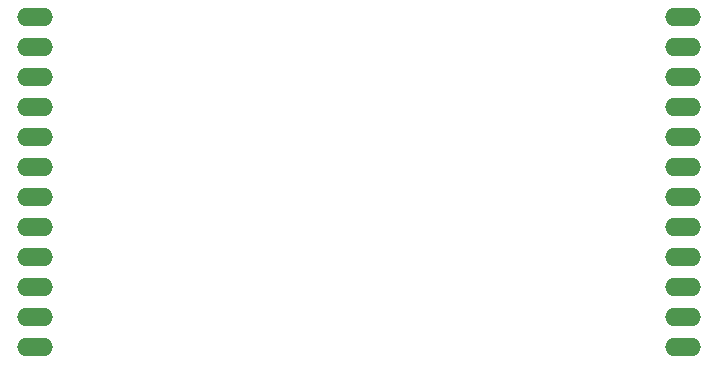
<source format=gbr>
%TF.GenerationSoftware,KiCad,Pcbnew,9.0.1*%
%TF.CreationDate,2025-05-06T23:49:06-04:00*%
%TF.ProjectId,classic-protoboard_14x20,636c6173-7369-4632-9d70-726f746f626f,rev?*%
%TF.SameCoordinates,Original*%
%TF.FileFunction,Paste,Bot*%
%TF.FilePolarity,Positive*%
%FSLAX46Y46*%
G04 Gerber Fmt 4.6, Leading zero omitted, Abs format (unit mm)*
G04 Created by KiCad (PCBNEW 9.0.1) date 2025-05-06 23:49:06*
%MOMM*%
%LPD*%
G01*
G04 APERTURE LIST*
%ADD10O,3.048000X1.524000*%
G04 APERTURE END LIST*
D10*
%TO.C,REF\u002A\u002A*%
X116720000Y-89990000D03*
%TD*%
%TO.C,REF\u002A\u002A*%
X116720000Y-97610000D03*
%TD*%
%TO.C,REF\u002A\u002A*%
X116720000Y-100150000D03*
%TD*%
%TO.C,REF\u002A\u002A*%
X171580000Y-105230000D03*
%TD*%
%TO.C,REF\u002A\u002A*%
X171580000Y-97610000D03*
%TD*%
%TO.C,REF\u002A\u002A*%
X116720000Y-87450000D03*
%TD*%
%TO.C,REF\u002A\u002A*%
X116720000Y-95070000D03*
%TD*%
%TO.C,REF\u002A\u002A*%
X171580000Y-82370000D03*
%TD*%
%TO.C,REF\u002A\u002A*%
X171580000Y-89990000D03*
%TD*%
%TO.C,REF\u002A\u002A*%
X116720000Y-105230000D03*
%TD*%
%TO.C,REF\u002A\u002A*%
X171580000Y-92530000D03*
%TD*%
%TO.C,REF\u002A\u002A*%
X171580000Y-107770000D03*
%TD*%
%TO.C,REF\u002A\u002A*%
X171580000Y-84910000D03*
%TD*%
%TO.C,REF\u002A\u002A*%
X116720000Y-84910000D03*
%TD*%
%TO.C,REF\u002A\u002A*%
X116720000Y-82370000D03*
%TD*%
%TO.C,REF\u002A\u002A*%
X171580000Y-110310000D03*
%TD*%
%TO.C,REF\u002A\u002A*%
X116720000Y-92530000D03*
%TD*%
%TO.C,REF\u002A\u002A*%
X116720000Y-102690000D03*
%TD*%
%TO.C,REF\u002A\u002A*%
X171580000Y-95070000D03*
%TD*%
%TO.C,REF\u002A\u002A*%
X171580000Y-87450000D03*
%TD*%
%TO.C,REF\u002A\u002A*%
X171580000Y-100150000D03*
%TD*%
%TO.C,REF\u002A\u002A*%
X116720000Y-110310000D03*
%TD*%
%TO.C,REF\u002A\u002A*%
X171580000Y-102690000D03*
%TD*%
%TO.C,REF\u002A\u002A*%
X116720000Y-107770000D03*
%TD*%
M02*

</source>
